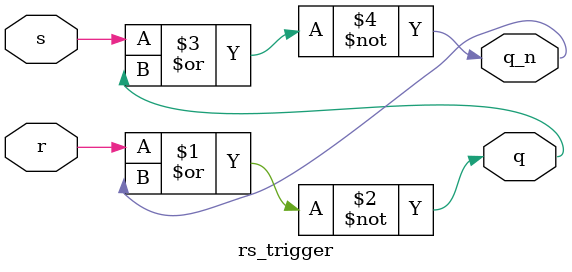
<source format=v>
module rs_trigger
(
    input   s,
    input   r,
    output  q,
    output  q_n
);
    assign q   = ~ ( r | q_n );
    assign q_n = ~ ( s | q   );

endmodule

</source>
